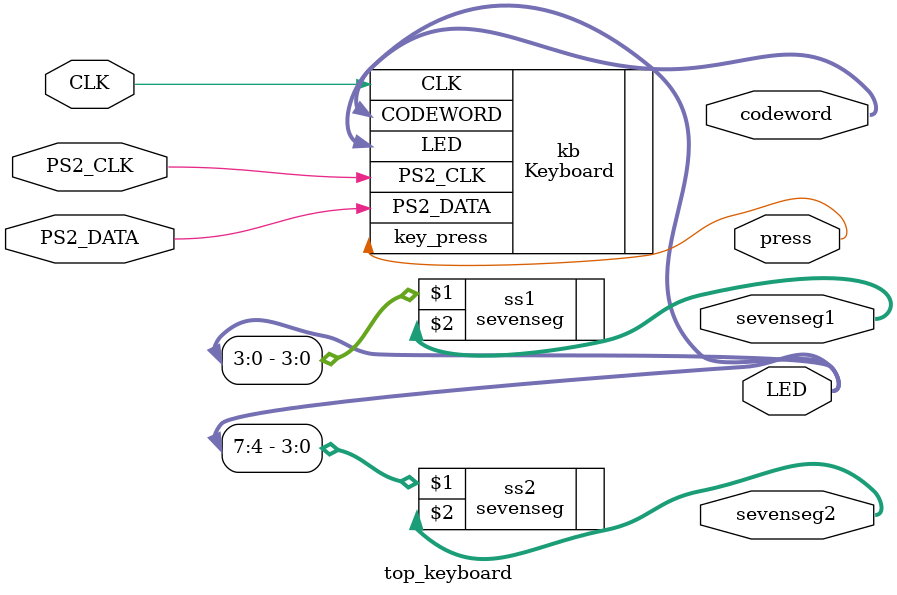
<source format=sv>
module top_keyboard(
	input logic CLK,		//board clock signal
	input logic PS2_CLK,		//keyboard clock signal
	input logic PS2_DATA,		//keyboard data signal
	output logic [7:0] LED,	//8 output LEDs
   output logic press,
	output logic [7:0] codeword,
	output logic [0:6] sevenseg1, sevenseg2);

	Keyboard kb (.CLK(CLK),
					 .PS2_CLK(PS2_CLK), 
					 .PS2_DATA(PS2_DATA),
					 .LED(LED),
					 .key_press(press),
					 .CODEWORD(codeword));
							
	sevenseg ss1(LED[3:0],sevenseg1);
	sevenseg ss2(LED[7:4],sevenseg2);

endmodule

</source>
